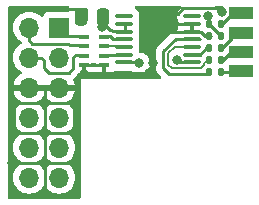
<source format=gbr>
%TF.GenerationSoftware,KiCad,Pcbnew,7.0.8*%
%TF.CreationDate,2024-06-22T11:04:44-04:00*%
%TF.ProjectId,n64amp,6e363461-6d70-42e6-9b69-6361645f7063,rev?*%
%TF.SameCoordinates,Original*%
%TF.FileFunction,Copper,L1,Top*%
%TF.FilePolarity,Positive*%
%FSLAX46Y46*%
G04 Gerber Fmt 4.6, Leading zero omitted, Abs format (unit mm)*
G04 Created by KiCad (PCBNEW 7.0.8) date 2024-06-22 11:04:44*
%MOMM*%
%LPD*%
G01*
G04 APERTURE LIST*
G04 Aperture macros list*
%AMRoundRect*
0 Rectangle with rounded corners*
0 $1 Rounding radius*
0 $2 $3 $4 $5 $6 $7 $8 $9 X,Y pos of 4 corners*
0 Add a 4 corners polygon primitive as box body*
4,1,4,$2,$3,$4,$5,$6,$7,$8,$9,$2,$3,0*
0 Add four circle primitives for the rounded corners*
1,1,$1+$1,$2,$3*
1,1,$1+$1,$4,$5*
1,1,$1+$1,$6,$7*
1,1,$1+$1,$8,$9*
0 Add four rect primitives between the rounded corners*
20,1,$1+$1,$2,$3,$4,$5,0*
20,1,$1+$1,$4,$5,$6,$7,0*
20,1,$1+$1,$6,$7,$8,$9,0*
20,1,$1+$1,$8,$9,$2,$3,0*%
G04 Aperture macros list end*
%TA.AperFunction,SMDPad,CuDef*%
%ADD10RoundRect,0.250000X0.250000X0.475000X-0.250000X0.475000X-0.250000X-0.475000X0.250000X-0.475000X0*%
%TD*%
%TA.AperFunction,SMDPad,CuDef*%
%ADD11RoundRect,0.135000X0.135000X0.185000X-0.135000X0.185000X-0.135000X-0.185000X0.135000X-0.185000X0*%
%TD*%
%TA.AperFunction,SMDPad,CuDef*%
%ADD12R,0.900000X0.400000*%
%TD*%
%TA.AperFunction,SMDPad,CuDef*%
%ADD13RoundRect,0.135000X-0.135000X-0.185000X0.135000X-0.185000X0.135000X0.185000X-0.135000X0.185000X0*%
%TD*%
%TA.AperFunction,SMDPad,CuDef*%
%ADD14R,2.000000X1.000000*%
%TD*%
%TA.AperFunction,SMDPad,CuDef*%
%ADD15RoundRect,0.140000X0.140000X0.170000X-0.140000X0.170000X-0.140000X-0.170000X0.140000X-0.170000X0*%
%TD*%
%TA.AperFunction,SMDPad,CuDef*%
%ADD16RoundRect,0.100000X0.637500X0.100000X-0.637500X0.100000X-0.637500X-0.100000X0.637500X-0.100000X0*%
%TD*%
%TA.AperFunction,ComponentPad*%
%ADD17R,1.700000X1.700000*%
%TD*%
%TA.AperFunction,ComponentPad*%
%ADD18O,1.700000X1.700000*%
%TD*%
%TA.AperFunction,ViaPad*%
%ADD19C,0.800000*%
%TD*%
%TA.AperFunction,Conductor*%
%ADD20C,0.250000*%
%TD*%
%TA.AperFunction,Conductor*%
%ADD21C,0.200000*%
%TD*%
G04 APERTURE END LIST*
D10*
%TO.P,C4,1*%
%TO.N,+5V*%
X20152400Y-13004800D03*
%TO.P,C4,2*%
%TO.N,GND*%
X18252400Y-13004800D03*
%TD*%
D11*
%TO.P,R1,1*%
%TO.N,CSYNC_IN*%
X30128400Y-13614400D03*
%TO.P,R1,2*%
%TO.N,CSYNC_TERM*%
X29108400Y-13614400D03*
%TD*%
D12*
%TO.P,RN1,1,R1.1*%
%TO.N,R_OUT*%
X18511200Y-14719600D03*
%TO.P,RN1,2,R2.1*%
%TO.N,G_OUT*%
X18511200Y-15519600D03*
%TO.P,RN1,3,R3.1*%
%TO.N,B_OUT*%
X18511200Y-16319600D03*
%TO.P,RN1,4,R4.1*%
%TO.N,GND*%
X18511200Y-17119600D03*
%TO.P,RN1,5,R4.2*%
X20211200Y-17119600D03*
%TO.P,RN1,6,R3.2*%
%TO.N,Net-(RN1-R3.2)*%
X20211200Y-16319600D03*
%TO.P,RN1,7,R2.2*%
%TO.N,Net-(RN1-R2.2)*%
X20211200Y-15519600D03*
%TO.P,RN1,8,R1.2*%
%TO.N,Net-(RN1-R1.2)*%
X20211200Y-14719600D03*
%TD*%
D13*
%TO.P,R2,1*%
%TO.N,GND*%
X29108400Y-14630400D03*
%TO.P,R2,2*%
%TO.N,CSYNC_TERM*%
X30128400Y-14630400D03*
%TD*%
D14*
%TO.P,TP3,1,1*%
%TO.N,G_IN*%
X31851600Y-16002000D03*
%TD*%
D15*
%TO.P,C1,1*%
%TO.N,B_IN*%
X30096400Y-15697200D03*
%TO.P,C1,2*%
%TO.N,Net-(U1-CH2_IN)*%
X29136400Y-15697200D03*
%TD*%
%TO.P,C3,1*%
%TO.N,R_IN*%
X30096400Y-17703800D03*
%TO.P,C3,2*%
%TO.N,Net-(U1-CH4_IN)*%
X29136400Y-17703800D03*
%TD*%
D14*
%TO.P,TP1,1,1*%
%TO.N,CSYNC_IN*%
X31851600Y-12700000D03*
%TD*%
D15*
%TO.P,C2,1*%
%TO.N,G_IN*%
X30096400Y-16713200D03*
%TO.P,C2,2*%
%TO.N,Net-(U1-CH3_IN)*%
X29136400Y-16713200D03*
%TD*%
D14*
%TO.P,TP2,1,1*%
%TO.N,B_IN*%
X31851600Y-14376400D03*
%TD*%
%TO.P,TP4,1,1*%
%TO.N,R_IN*%
X31826200Y-17653000D03*
%TD*%
D16*
%TO.P,U1,1,CH1_IN*%
%TO.N,CSYNC_TERM*%
X27670600Y-16879600D03*
%TO.P,U1,2,CH2_IN*%
%TO.N,Net-(U1-CH2_IN)*%
X27670600Y-16229600D03*
%TO.P,U1,3,CH3_IN*%
%TO.N,Net-(U1-CH3_IN)*%
X27670600Y-15579600D03*
%TO.P,U1,4,CH4_IN*%
%TO.N,Net-(U1-CH4_IN)*%
X27670600Y-14929600D03*
%TO.P,U1,5,GND*%
%TO.N,GND*%
X27670600Y-14279600D03*
%TO.P,U1,6,DISABLE*%
X27670600Y-13629600D03*
%TO.P,U1,7,NC*%
%TO.N,unconnected-(U1-NC-Pad7)*%
X27670600Y-12979600D03*
%TO.P,U1,8,NC*%
%TO.N,unconnected-(U1-NC-Pad8)*%
X21945600Y-12979600D03*
%TO.P,U1,9,BYPASS*%
%TO.N,+5V*%
X21945600Y-13629600D03*
%TO.P,U1,10,V_{S+}*%
X21945600Y-14279600D03*
%TO.P,U1,11,CH4_OUT*%
%TO.N,Net-(RN1-R1.2)*%
X21945600Y-14929600D03*
%TO.P,U1,12,CH3_OUT*%
%TO.N,Net-(RN1-R2.2)*%
X21945600Y-15579600D03*
%TO.P,U1,13,CH2_OUT*%
%TO.N,Net-(RN1-R3.2)*%
X21945600Y-16229600D03*
%TO.P,U1,14,CH1_OUT*%
%TO.N,Net-(JP1-A)*%
X21945600Y-16879600D03*
%TD*%
D17*
%TO.P,J1,1,Pin_1*%
%TO.N,R_OUT*%
X16426600Y-13944800D03*
D18*
%TO.P,J1,2,Pin_2*%
%TO.N,G_OUT*%
X13886600Y-13944800D03*
%TO.P,J1,3,Pin_3*%
%TO.N,CSYNC_OUT*%
X16426600Y-16484800D03*
%TO.P,J1,4,Pin_4*%
%TO.N,B_OUT*%
X13886600Y-16484800D03*
%TO.P,J1,5,Pin_5*%
%TO.N,GND*%
X16426600Y-19024800D03*
%TO.P,J1,6,Pin_6*%
X13886600Y-19024800D03*
%TO.P,J1,7,Pin_7*%
%TO.N,unconnected-(J1-Pin_7-Pad7)*%
X16426600Y-21564800D03*
%TO.P,J1,8,Pin_8*%
%TO.N,unconnected-(J1-Pin_8-Pad8)*%
X13886600Y-21564800D03*
%TO.P,J1,9,Pin_9*%
%TO.N,unconnected-(J1-Pin_9-Pad9)*%
X16426600Y-24104800D03*
%TO.P,J1,10,Pin_10*%
%TO.N,+5V*%
X13886600Y-24104800D03*
%TO.P,J1,11,Pin_11*%
%TO.N,unconnected-(J1-Pin_11-Pad11)*%
X16426600Y-26644800D03*
%TO.P,J1,12,Pin_12*%
%TO.N,unconnected-(J1-Pin_12-Pad12)*%
X13886600Y-26644800D03*
%TD*%
D19*
%TO.N,+5V*%
X20066000Y-13920100D03*
%TO.N,GND*%
X15105800Y-27965600D03*
X12565800Y-22885600D03*
X30226000Y-12598400D03*
X24044966Y-17746843D03*
X18509400Y-17831000D03*
X17696600Y-22834800D03*
X12464200Y-25425600D03*
X17747400Y-25374800D03*
X24765000Y-14249400D03*
X17645800Y-20421800D03*
X24363557Y-16966230D03*
X15207400Y-25374800D03*
%TO.N,CSYNC_TERM*%
X26372100Y-16705100D03*
X29015800Y-12992700D03*
%TO.N,Net-(JP1-A)*%
X23211900Y-16970900D03*
%TD*%
D20*
%TO.N,+5V*%
X20218400Y-13258800D02*
X20218400Y-13665200D01*
X20887596Y-14180600D02*
X20930996Y-14224000D01*
X20066000Y-13920100D02*
X20066000Y-13411200D01*
X20218400Y-13665200D02*
X20733800Y-14180600D01*
X21953800Y-14224000D02*
X21953800Y-13629600D01*
X20930996Y-14224000D02*
X21953800Y-14224000D01*
X20733800Y-14180600D02*
X20887596Y-14180600D01*
D21*
%TO.N,GND*%
X18560200Y-17780200D02*
X20236600Y-17780200D01*
D20*
X28389300Y-14279600D02*
X27678800Y-14279600D01*
X12565800Y-20294800D02*
X17696600Y-20294800D01*
D21*
X18509400Y-17831000D02*
X18026800Y-17831000D01*
D20*
X17747400Y-25374800D02*
X15207400Y-25374800D01*
X25384800Y-13629600D02*
X27678800Y-13629600D01*
D21*
X18509400Y-17032400D02*
X18511200Y-17030600D01*
D20*
X12515000Y-25374800D02*
X12464200Y-25425600D01*
X29895800Y-12268200D02*
X30226000Y-12598400D01*
X12565800Y-22885600D02*
X12565800Y-20294800D01*
X17696600Y-20371000D02*
X17645800Y-20421800D01*
X24765000Y-14249400D02*
X26263400Y-12751000D01*
X18668400Y-13258800D02*
X18668400Y-12344800D01*
X15207400Y-27864000D02*
X15105800Y-27965600D01*
D21*
X18026800Y-19024800D02*
X16426600Y-19024800D01*
D20*
X18668400Y-12344800D02*
X18668800Y-12344400D01*
X26459600Y-12751000D02*
X26942400Y-12268200D01*
X15207400Y-25374800D02*
X15207400Y-27864000D01*
X24795200Y-14279600D02*
X27678800Y-14279600D01*
X17696600Y-20294800D02*
X17696600Y-20371000D01*
D21*
X18509400Y-17831000D02*
X18560200Y-17780200D01*
D20*
X29260800Y-14655800D02*
X28765500Y-14655800D01*
X24765000Y-14249400D02*
X25384800Y-13629600D01*
X17696600Y-22834800D02*
X15207400Y-22834800D01*
X20211200Y-17754800D02*
X20236600Y-17780200D01*
X20211200Y-17030600D02*
X20211200Y-17754800D01*
X26263400Y-12751000D02*
X26459600Y-12751000D01*
D21*
X18026800Y-17831000D02*
X18026800Y-19024800D01*
D20*
X28765500Y-14655800D02*
X28389300Y-14279600D01*
X20262000Y-17805600D02*
X23986209Y-17805600D01*
X23986209Y-17805600D02*
X24044966Y-17746843D01*
X29286200Y-14630400D02*
X29260800Y-14655800D01*
X17696600Y-20472600D02*
X17696600Y-22834800D01*
X15207400Y-19177200D02*
X15207400Y-22834800D01*
X26942400Y-12268200D02*
X29895800Y-12268200D01*
X15055000Y-19024800D02*
X13886600Y-19024800D01*
X24765000Y-14249400D02*
X24795200Y-14279600D01*
X15207400Y-25374800D02*
X12515000Y-25374800D01*
X12616600Y-22834800D02*
X12565800Y-22885600D01*
X12642200Y-12344400D02*
X18668800Y-12344400D01*
X27678800Y-13629600D02*
X27678800Y-14279600D01*
X17645800Y-20421800D02*
X17696600Y-20472600D01*
X15207400Y-22834800D02*
X15207400Y-25374800D01*
X15055000Y-19024800D02*
X15207400Y-19177200D01*
X12182800Y-12803800D02*
X12642200Y-12344400D01*
X13886600Y-19024800D02*
X12182800Y-19024800D01*
X24765000Y-13901200D02*
X24765000Y-14249400D01*
D21*
X18509400Y-17831000D02*
X18509400Y-17032400D01*
D20*
X12182800Y-19024800D02*
X12182800Y-12803800D01*
X20236600Y-17780200D02*
X20262000Y-17805600D01*
X16426600Y-19024800D02*
X15055000Y-19024800D01*
X15207400Y-22834800D02*
X12616600Y-22834800D01*
%TO.N,Net-(U1-CH2_IN)*%
X28359142Y-16229600D02*
X27678800Y-16229600D01*
X28891542Y-15697200D02*
X28359142Y-16229600D01*
X29136400Y-15697200D02*
X28891542Y-15697200D01*
X29136400Y-15697400D02*
X29136400Y-15697200D01*
D21*
%TO.N,Net-(U1-CH3_IN)*%
X25672600Y-16127240D02*
X26220240Y-15579600D01*
X28708100Y-17145288D02*
X28448788Y-17404600D01*
X26220240Y-15579600D02*
X27678800Y-15579600D01*
X28708100Y-16961100D02*
X28708100Y-17145288D01*
X29060998Y-16835944D02*
X28833256Y-16835944D01*
X28833256Y-16835944D02*
X28708100Y-16961100D01*
X25672600Y-17138200D02*
X25672600Y-16127240D01*
X28448788Y-17404600D02*
X25939000Y-17404600D01*
X25939000Y-17404600D02*
X25672600Y-17138200D01*
D20*
%TO.N,Net-(U1-CH4_IN)*%
X28367342Y-14929600D02*
X26269200Y-14929600D01*
X28985600Y-17854600D02*
X29136400Y-17703800D01*
X26269200Y-14929600D02*
X25247600Y-15951200D01*
X25728600Y-17854600D02*
X28985600Y-17854600D01*
X25247600Y-17373600D02*
X25728600Y-17854600D01*
X25247600Y-15951200D02*
X25247600Y-17373600D01*
%TO.N,CSYNC_TERM*%
X29015800Y-13567262D02*
X30078938Y-14630400D01*
X26546600Y-16879600D02*
X27678800Y-16879600D01*
X29015800Y-12992700D02*
X29015800Y-13567262D01*
X26372100Y-16705100D02*
X26546600Y-16879600D01*
%TO.N,B_IN*%
X31026100Y-14846300D02*
X30292400Y-15580000D01*
X30292400Y-15580000D02*
X30292400Y-15697400D01*
X31026100Y-14376400D02*
X31026100Y-14846300D01*
X31851600Y-14376400D02*
X31026100Y-14376400D01*
%TO.N,G_IN*%
X31673800Y-16383000D02*
X31851600Y-16205200D01*
X31851600Y-16205200D02*
X31851600Y-16002000D01*
X31851600Y-16002000D02*
X30988000Y-16002000D01*
X30325000Y-16665000D02*
X30325000Y-16713200D01*
X30988000Y-16002000D02*
X30325000Y-16665000D01*
%TO.N,R_IN*%
X31992800Y-17703800D02*
X32018200Y-17729200D01*
X30327600Y-17703800D02*
X31992800Y-17703800D01*
%TO.N,R_OUT*%
X18511200Y-14630600D02*
X17112400Y-14630600D01*
X17112400Y-14630600D02*
X16426600Y-13944800D01*
%TO.N,G_OUT*%
X17310200Y-15430600D02*
X18511200Y-15430600D01*
X13886600Y-13988200D02*
X13886600Y-15029600D01*
X17170400Y-15290800D02*
X17310200Y-15430600D01*
X13886600Y-15029600D02*
X14147800Y-15290800D01*
X14147800Y-15290800D02*
X17170400Y-15290800D01*
%TO.N,B_OUT*%
X17627600Y-17373600D02*
X17627600Y-16408400D01*
X13886600Y-16484800D02*
X14910000Y-16484800D01*
X17246600Y-17754600D02*
X17627600Y-17373600D01*
X17805400Y-16230600D02*
X18511200Y-16230600D01*
X17627600Y-16408400D02*
X17805400Y-16230600D01*
X15113000Y-16687800D02*
X15113000Y-17322800D01*
X14910000Y-16484800D02*
X15113000Y-16687800D01*
X15544800Y-17754600D02*
X17246600Y-17754600D01*
X15113000Y-17322800D02*
X15544800Y-17754600D01*
%TO.N,CSYNC_IN*%
X30235305Y-13614400D02*
X30128400Y-13614400D01*
X30946505Y-12903200D02*
X30235305Y-13614400D01*
X31851600Y-12903200D02*
X30946505Y-12903200D01*
%TO.N,Net-(RN1-R1.2)*%
X21000200Y-14929600D02*
X20701200Y-14630600D01*
X21953800Y-14929600D02*
X21000200Y-14929600D01*
X20701200Y-14630600D02*
X20211200Y-14630600D01*
%TO.N,Net-(RN1-R3.2)*%
X20211200Y-16230600D02*
X21952800Y-16230600D01*
X21952800Y-16230600D02*
X21953800Y-16229600D01*
D21*
%TO.N,Net-(RN1-R2.2)*%
X21893600Y-15519400D02*
X20300000Y-15519400D01*
X20300000Y-15519400D02*
X20211200Y-15430600D01*
X21953800Y-15579600D02*
X21893600Y-15519400D01*
D20*
%TO.N,Net-(JP1-A)*%
X23120600Y-16879600D02*
X21953800Y-16879600D01*
X23211900Y-16970900D02*
X23120600Y-16879600D01*
X23211900Y-16970900D02*
X23284600Y-17043600D01*
%TD*%
%TA.AperFunction,Conductor*%
%TO.N,GND*%
G36*
X26750186Y-12136045D02*
G01*
X26795942Y-12188848D01*
X26805886Y-12258007D01*
X26776862Y-12321563D01*
X26736926Y-12350361D01*
X26737296Y-12351001D01*
X26731000Y-12354635D01*
X26730606Y-12354920D01*
X26730261Y-12355062D01*
X26604818Y-12451318D01*
X26508563Y-12576760D01*
X26448056Y-12722837D01*
X26448055Y-12722839D01*
X26432600Y-12840238D01*
X26432600Y-13118963D01*
X26448053Y-13236353D01*
X26448056Y-13236362D01*
X26456937Y-13257803D01*
X26464404Y-13327273D01*
X26456938Y-13352703D01*
X26448543Y-13372970D01*
X26441087Y-13429600D01*
X26483600Y-13429600D01*
X26550639Y-13449285D01*
X26581975Y-13478113D01*
X26604815Y-13507879D01*
X26604816Y-13507880D01*
X26604818Y-13507882D01*
X26730259Y-13604136D01*
X26730260Y-13604136D01*
X26734284Y-13607224D01*
X26775486Y-13663652D01*
X26779641Y-13733398D01*
X26745429Y-13794319D01*
X26683711Y-13827071D01*
X26658797Y-13829600D01*
X26441090Y-13829600D01*
X26441088Y-13829601D01*
X26448542Y-13886227D01*
X26448543Y-13886229D01*
X26457208Y-13907149D01*
X26464676Y-13976618D01*
X26457209Y-14002049D01*
X26448544Y-14022969D01*
X26433100Y-14140269D01*
X26433100Y-14178476D01*
X26413415Y-14245515D01*
X26360611Y-14291270D01*
X26312995Y-14302415D01*
X26259372Y-14304100D01*
X26229849Y-14304100D01*
X26222978Y-14304967D01*
X26217159Y-14305425D01*
X26170574Y-14306889D01*
X26170568Y-14306890D01*
X26151326Y-14312480D01*
X26132287Y-14316423D01*
X26112417Y-14318934D01*
X26112403Y-14318937D01*
X26069083Y-14336088D01*
X26063558Y-14337980D01*
X26018813Y-14350980D01*
X26018810Y-14350981D01*
X26001566Y-14361179D01*
X25984105Y-14369733D01*
X25965474Y-14377110D01*
X25965462Y-14377117D01*
X25927770Y-14404502D01*
X25922887Y-14407709D01*
X25882780Y-14431429D01*
X25868614Y-14445595D01*
X25853824Y-14458227D01*
X25837614Y-14470004D01*
X25837611Y-14470007D01*
X25807910Y-14505909D01*
X25803977Y-14510231D01*
X24863808Y-15450399D01*
X24851551Y-15460220D01*
X24851734Y-15460441D01*
X24845723Y-15465413D01*
X24798372Y-15515836D01*
X24777489Y-15536719D01*
X24777477Y-15536732D01*
X24773221Y-15542217D01*
X24769437Y-15546647D01*
X24737537Y-15580618D01*
X24737536Y-15580620D01*
X24727884Y-15598176D01*
X24717210Y-15614426D01*
X24704929Y-15630261D01*
X24704924Y-15630268D01*
X24686415Y-15673038D01*
X24683845Y-15678284D01*
X24661403Y-15719106D01*
X24656422Y-15738507D01*
X24650121Y-15756910D01*
X24642162Y-15775302D01*
X24642161Y-15775305D01*
X24634871Y-15821327D01*
X24633687Y-15827046D01*
X24622101Y-15872172D01*
X24622100Y-15872182D01*
X24622100Y-15892216D01*
X24620573Y-15911615D01*
X24617440Y-15931394D01*
X24617440Y-15931395D01*
X24621825Y-15977783D01*
X24622100Y-15983621D01*
X24622100Y-17290855D01*
X24620375Y-17306472D01*
X24620661Y-17306499D01*
X24619926Y-17314265D01*
X24622100Y-17383414D01*
X24622100Y-17412943D01*
X24622101Y-17412960D01*
X24622968Y-17419831D01*
X24623426Y-17425650D01*
X24624890Y-17472224D01*
X24624891Y-17472227D01*
X24630480Y-17491467D01*
X24634424Y-17510511D01*
X24636040Y-17523298D01*
X24636936Y-17530391D01*
X24654090Y-17573719D01*
X24655982Y-17579247D01*
X24668981Y-17623988D01*
X24679180Y-17641234D01*
X24687738Y-17658703D01*
X24695114Y-17677332D01*
X24722498Y-17715023D01*
X24725706Y-17719907D01*
X24749427Y-17760016D01*
X24749433Y-17760024D01*
X24763590Y-17774180D01*
X24776227Y-17788975D01*
X24788006Y-17805187D01*
X24805746Y-17819863D01*
X24823909Y-17834888D01*
X24828220Y-17838810D01*
X24976100Y-17986690D01*
X25040029Y-18050619D01*
X25073514Y-18111942D01*
X25068530Y-18181634D01*
X25026658Y-18237567D01*
X24961194Y-18261984D01*
X24952348Y-18262300D01*
X18254838Y-18262300D01*
X18254632Y-18262259D01*
X18230078Y-18262259D01*
X18229979Y-18262300D01*
X18229695Y-18262416D01*
X18229693Y-18262418D01*
X18229537Y-18262799D01*
X18229554Y-18287416D01*
X18229549Y-18287416D01*
X18229578Y-18287559D01*
X18229578Y-28298300D01*
X18209893Y-28365339D01*
X18157089Y-28411094D01*
X18105578Y-28422300D01*
X12181800Y-28422300D01*
X12114761Y-28402615D01*
X12069006Y-28349811D01*
X12057800Y-28298300D01*
X12057800Y-12240497D01*
X12077485Y-12173458D01*
X12130289Y-12127703D01*
X12181794Y-12116498D01*
X17177551Y-12116450D01*
X17244584Y-12136133D01*
X17290340Y-12188936D01*
X17300284Y-12258095D01*
X17295252Y-12279452D01*
X17262895Y-12377099D01*
X17262893Y-12377109D01*
X17252085Y-12482903D01*
X17225689Y-12547594D01*
X17168508Y-12587746D01*
X17128727Y-12594300D01*
X15528729Y-12594300D01*
X15528723Y-12594301D01*
X15469116Y-12600708D01*
X15334271Y-12651002D01*
X15334264Y-12651006D01*
X15219055Y-12737252D01*
X15219052Y-12737255D01*
X15132806Y-12852464D01*
X15132803Y-12852469D01*
X15083789Y-12983883D01*
X15041917Y-13039816D01*
X14976453Y-13064233D01*
X14908180Y-13049381D01*
X14879926Y-13028230D01*
X14758002Y-12906306D01*
X14757995Y-12906301D01*
X14564434Y-12770767D01*
X14564430Y-12770765D01*
X14536159Y-12757582D01*
X14350263Y-12670897D01*
X14350259Y-12670896D01*
X14350255Y-12670894D01*
X14122013Y-12609738D01*
X14122003Y-12609736D01*
X13886601Y-12589141D01*
X13886599Y-12589141D01*
X13651196Y-12609736D01*
X13651186Y-12609738D01*
X13422944Y-12670894D01*
X13422935Y-12670898D01*
X13208771Y-12770764D01*
X13208769Y-12770765D01*
X13015197Y-12906305D01*
X12848105Y-13073397D01*
X12712565Y-13266969D01*
X12712564Y-13266971D01*
X12612698Y-13481135D01*
X12612694Y-13481144D01*
X12551538Y-13709386D01*
X12551536Y-13709396D01*
X12530941Y-13944799D01*
X12530941Y-13944800D01*
X12551536Y-14180203D01*
X12551538Y-14180213D01*
X12612694Y-14408455D01*
X12612696Y-14408459D01*
X12612697Y-14408463D01*
X12682029Y-14557145D01*
X12712565Y-14622630D01*
X12712567Y-14622634D01*
X12747721Y-14672838D01*
X12829925Y-14790238D01*
X12848101Y-14816195D01*
X12848106Y-14816202D01*
X13015197Y-14983293D01*
X13015203Y-14983298D01*
X13200758Y-15113225D01*
X13244383Y-15167802D01*
X13251577Y-15237300D01*
X13220054Y-15299655D01*
X13200758Y-15316375D01*
X13015197Y-15446305D01*
X12848105Y-15613397D01*
X12712565Y-15806969D01*
X12712564Y-15806971D01*
X12612698Y-16021135D01*
X12612694Y-16021144D01*
X12551538Y-16249386D01*
X12551536Y-16249396D01*
X12530941Y-16484799D01*
X12530941Y-16484800D01*
X12551536Y-16720203D01*
X12551538Y-16720213D01*
X12612694Y-16948455D01*
X12612696Y-16948459D01*
X12612697Y-16948463D01*
X12657954Y-17045517D01*
X12712565Y-17162630D01*
X12712567Y-17162634D01*
X12848101Y-17356195D01*
X12848106Y-17356202D01*
X13015197Y-17523293D01*
X13015203Y-17523298D01*
X13052618Y-17549496D01*
X13159003Y-17623988D01*
X13201194Y-17653530D01*
X13244819Y-17708107D01*
X13252013Y-17777605D01*
X13220490Y-17839960D01*
X13201195Y-17856680D01*
X13015522Y-17986690D01*
X13015520Y-17986691D01*
X12848491Y-18153720D01*
X12848486Y-18153726D01*
X12713000Y-18347220D01*
X12712999Y-18347222D01*
X12613170Y-18561307D01*
X12613167Y-18561313D01*
X12555964Y-18774799D01*
X12555964Y-18774800D01*
X13452914Y-18774800D01*
X13427107Y-18814956D01*
X13386600Y-18952911D01*
X13386600Y-19096689D01*
X13427107Y-19234644D01*
X13452914Y-19274800D01*
X12555964Y-19274800D01*
X12613167Y-19488286D01*
X12613170Y-19488292D01*
X12712999Y-19702378D01*
X12848494Y-19895882D01*
X13015517Y-20062905D01*
X13201195Y-20192919D01*
X13244819Y-20247496D01*
X13252012Y-20316995D01*
X13220490Y-20379349D01*
X13201195Y-20396069D01*
X13015194Y-20526308D01*
X12848105Y-20693397D01*
X12712565Y-20886969D01*
X12712564Y-20886971D01*
X12612698Y-21101135D01*
X12612694Y-21101144D01*
X12551538Y-21329386D01*
X12551536Y-21329396D01*
X12530941Y-21564799D01*
X12530941Y-21564800D01*
X12551536Y-21800203D01*
X12551538Y-21800213D01*
X12612694Y-22028455D01*
X12612696Y-22028459D01*
X12612697Y-22028463D01*
X12616600Y-22036832D01*
X12712565Y-22242630D01*
X12712567Y-22242634D01*
X12820881Y-22397321D01*
X12848101Y-22436196D01*
X12848106Y-22436202D01*
X13015197Y-22603293D01*
X13015203Y-22603298D01*
X13200758Y-22733225D01*
X13244383Y-22787802D01*
X13251577Y-22857300D01*
X13220054Y-22919655D01*
X13200758Y-22936375D01*
X13015197Y-23066305D01*
X12848105Y-23233397D01*
X12712565Y-23426969D01*
X12712564Y-23426971D01*
X12612698Y-23641135D01*
X12612694Y-23641144D01*
X12551538Y-23869386D01*
X12551536Y-23869396D01*
X12530941Y-24104799D01*
X12530941Y-24104800D01*
X12551536Y-24340203D01*
X12551538Y-24340213D01*
X12612694Y-24568455D01*
X12612696Y-24568459D01*
X12612697Y-24568463D01*
X12616600Y-24576832D01*
X12712565Y-24782630D01*
X12712567Y-24782634D01*
X12820881Y-24937321D01*
X12848101Y-24976196D01*
X12848106Y-24976202D01*
X13015197Y-25143293D01*
X13015203Y-25143298D01*
X13200758Y-25273225D01*
X13244383Y-25327802D01*
X13251577Y-25397300D01*
X13220054Y-25459655D01*
X13200758Y-25476375D01*
X13015197Y-25606305D01*
X12848105Y-25773397D01*
X12712565Y-25966969D01*
X12712564Y-25966971D01*
X12612698Y-26181135D01*
X12612694Y-26181144D01*
X12551538Y-26409386D01*
X12551536Y-26409396D01*
X12530941Y-26644799D01*
X12530941Y-26644800D01*
X12551536Y-26880203D01*
X12551538Y-26880213D01*
X12612694Y-27108455D01*
X12612696Y-27108459D01*
X12612697Y-27108463D01*
X12616600Y-27116832D01*
X12712565Y-27322630D01*
X12712567Y-27322634D01*
X12820881Y-27477321D01*
X12848105Y-27516201D01*
X13015199Y-27683295D01*
X13111984Y-27751065D01*
X13208765Y-27818832D01*
X13208767Y-27818833D01*
X13208770Y-27818835D01*
X13422937Y-27918703D01*
X13651192Y-27979863D01*
X13839518Y-27996339D01*
X13886599Y-28000459D01*
X13886600Y-28000459D01*
X13886601Y-28000459D01*
X13925834Y-27997026D01*
X14122008Y-27979863D01*
X14350263Y-27918703D01*
X14564430Y-27818835D01*
X14758001Y-27683295D01*
X14925095Y-27516201D01*
X15055025Y-27330642D01*
X15109602Y-27287017D01*
X15179100Y-27279823D01*
X15241455Y-27311346D01*
X15258175Y-27330642D01*
X15388100Y-27516195D01*
X15388105Y-27516201D01*
X15555199Y-27683295D01*
X15651984Y-27751065D01*
X15748765Y-27818832D01*
X15748767Y-27818833D01*
X15748770Y-27818835D01*
X15962937Y-27918703D01*
X16191192Y-27979863D01*
X16379518Y-27996339D01*
X16426599Y-28000459D01*
X16426600Y-28000459D01*
X16426601Y-28000459D01*
X16465834Y-27997026D01*
X16662008Y-27979863D01*
X16890263Y-27918703D01*
X17104430Y-27818835D01*
X17298001Y-27683295D01*
X17465095Y-27516201D01*
X17600635Y-27322630D01*
X17700503Y-27108463D01*
X17761663Y-26880208D01*
X17782259Y-26644800D01*
X17761663Y-26409392D01*
X17700503Y-26181137D01*
X17600635Y-25966971D01*
X17595025Y-25958958D01*
X17465094Y-25773397D01*
X17298002Y-25606306D01*
X17297996Y-25606301D01*
X17112442Y-25476375D01*
X17068817Y-25421798D01*
X17061623Y-25352300D01*
X17093146Y-25289945D01*
X17112442Y-25273225D01*
X17134626Y-25257691D01*
X17298001Y-25143295D01*
X17465095Y-24976201D01*
X17600635Y-24782630D01*
X17700503Y-24568463D01*
X17761663Y-24340208D01*
X17782259Y-24104800D01*
X17761663Y-23869392D01*
X17700503Y-23641137D01*
X17600635Y-23426971D01*
X17595025Y-23418958D01*
X17465094Y-23233397D01*
X17298002Y-23066306D01*
X17297996Y-23066301D01*
X17112442Y-22936375D01*
X17068817Y-22881798D01*
X17061623Y-22812300D01*
X17093146Y-22749945D01*
X17112442Y-22733225D01*
X17134626Y-22717691D01*
X17298001Y-22603295D01*
X17465095Y-22436201D01*
X17600635Y-22242630D01*
X17700503Y-22028463D01*
X17761663Y-21800208D01*
X17782259Y-21564800D01*
X17761663Y-21329392D01*
X17700503Y-21101137D01*
X17600635Y-20886971D01*
X17595025Y-20878958D01*
X17465094Y-20693397D01*
X17298002Y-20526306D01*
X17298001Y-20526305D01*
X17112005Y-20396069D01*
X17068381Y-20341492D01*
X17061188Y-20271993D01*
X17092710Y-20209639D01*
X17112005Y-20192919D01*
X17297682Y-20062905D01*
X17464705Y-19895882D01*
X17600200Y-19702378D01*
X17700029Y-19488292D01*
X17700032Y-19488286D01*
X17757236Y-19274800D01*
X16860286Y-19274800D01*
X16886093Y-19234644D01*
X16926600Y-19096689D01*
X16926600Y-18952911D01*
X16886093Y-18814956D01*
X16860286Y-18774800D01*
X17757236Y-18774800D01*
X17757235Y-18774799D01*
X17700032Y-18561313D01*
X17700029Y-18561307D01*
X17617294Y-18383880D01*
X17606802Y-18314802D01*
X17635322Y-18251018D01*
X17641988Y-18243801D01*
X17647184Y-18238605D01*
X17661981Y-18225968D01*
X17678184Y-18214196D01*
X17678183Y-18214196D01*
X17678187Y-18214194D01*
X17707899Y-18178276D01*
X17711811Y-18173978D01*
X18011385Y-17874403D01*
X18023641Y-17864587D01*
X18023458Y-17864365D01*
X18029470Y-17859390D01*
X18029477Y-17859386D01*
X18030111Y-17858710D01*
X18030738Y-17858342D01*
X18035487Y-17854414D01*
X18036120Y-17855180D01*
X18090352Y-17823320D01*
X18120498Y-17819600D01*
X18311200Y-17819600D01*
X18311200Y-17319600D01*
X18711200Y-17319600D01*
X18711200Y-17819600D01*
X19009028Y-17819600D01*
X19009044Y-17819599D01*
X19068572Y-17813198D01*
X19068579Y-17813196D01*
X19203286Y-17762954D01*
X19203289Y-17762952D01*
X19286888Y-17700370D01*
X19352352Y-17675952D01*
X19420625Y-17690803D01*
X19435512Y-17700370D01*
X19519110Y-17762952D01*
X19519113Y-17762954D01*
X19653820Y-17813196D01*
X19653827Y-17813198D01*
X19713355Y-17819599D01*
X19713372Y-17819600D01*
X20011200Y-17819600D01*
X20011200Y-17319600D01*
X18711200Y-17319600D01*
X18311200Y-17319600D01*
X18311200Y-17144099D01*
X18330885Y-17077060D01*
X18383689Y-17031305D01*
X18435200Y-17020099D01*
X19009071Y-17020099D01*
X19009072Y-17020099D01*
X19068683Y-17013691D01*
X19203531Y-16963396D01*
X19228996Y-16944333D01*
X19294461Y-16919916D01*
X19303307Y-16919600D01*
X19419093Y-16919600D01*
X19486132Y-16939285D01*
X19493404Y-16944333D01*
X19518868Y-16963395D01*
X19518871Y-16963397D01*
X19538988Y-16970900D01*
X19653717Y-17013691D01*
X19713327Y-17020100D01*
X20287201Y-17020099D01*
X20354239Y-17039783D01*
X20399994Y-17092587D01*
X20411200Y-17144099D01*
X20411200Y-17819600D01*
X20709028Y-17819600D01*
X20709044Y-17819599D01*
X20768572Y-17813198D01*
X20768579Y-17813196D01*
X20903286Y-17762954D01*
X20903293Y-17762950D01*
X21018386Y-17676791D01*
X21063241Y-17616873D01*
X21119175Y-17575002D01*
X21178692Y-17568245D01*
X21268739Y-17580100D01*
X22493474Y-17580099D01*
X22560513Y-17599784D01*
X22585622Y-17621125D01*
X22606027Y-17643786D01*
X22606029Y-17643788D01*
X22759165Y-17755048D01*
X22759170Y-17755051D01*
X22932092Y-17832042D01*
X22932097Y-17832044D01*
X23117254Y-17871400D01*
X23117255Y-17871400D01*
X23306544Y-17871400D01*
X23306546Y-17871400D01*
X23491703Y-17832044D01*
X23664630Y-17755051D01*
X23817771Y-17643788D01*
X23944433Y-17503116D01*
X24039079Y-17339184D01*
X24097574Y-17159156D01*
X24117360Y-16970900D01*
X24097574Y-16782644D01*
X24039079Y-16602616D01*
X23944433Y-16438684D01*
X23817771Y-16298012D01*
X23750857Y-16249396D01*
X23664634Y-16186751D01*
X23664629Y-16186748D01*
X23491707Y-16109757D01*
X23491702Y-16109755D01*
X23345901Y-16078765D01*
X23306546Y-16070400D01*
X23306545Y-16070400D01*
X23289435Y-16070400D01*
X23222396Y-16050715D01*
X23176641Y-15997911D01*
X23169662Y-15978500D01*
X23168145Y-15972841D01*
X23159535Y-15952055D01*
X23152065Y-15882586D01*
X23159535Y-15857145D01*
X23168144Y-15836362D01*
X23183600Y-15718961D01*
X23183599Y-15440240D01*
X23168144Y-15322838D01*
X23159534Y-15302054D01*
X23152065Y-15232586D01*
X23159535Y-15207145D01*
X23166968Y-15189200D01*
X23168144Y-15186362D01*
X23183600Y-15068961D01*
X23183599Y-14790240D01*
X23168144Y-14672838D01*
X23159534Y-14652054D01*
X23152065Y-14582586D01*
X23159535Y-14557145D01*
X23168144Y-14536362D01*
X23183600Y-14418961D01*
X23183599Y-14140240D01*
X23168144Y-14022838D01*
X23159534Y-14002054D01*
X23152065Y-13932586D01*
X23159535Y-13907145D01*
X23168144Y-13886362D01*
X23183600Y-13768961D01*
X23183599Y-13490240D01*
X23182400Y-13481135D01*
X23180377Y-13465770D01*
X23168144Y-13372838D01*
X23159534Y-13352054D01*
X23152065Y-13282586D01*
X23159535Y-13257145D01*
X23168144Y-13236362D01*
X23183600Y-13118961D01*
X23183599Y-12840240D01*
X23183599Y-12840238D01*
X23183599Y-12840236D01*
X23168146Y-12722846D01*
X23168144Y-12722839D01*
X23168144Y-12722838D01*
X23107636Y-12576759D01*
X23011382Y-12451318D01*
X22885941Y-12355064D01*
X22885940Y-12355063D01*
X22885938Y-12355062D01*
X22885676Y-12354954D01*
X22885486Y-12354801D01*
X22878904Y-12351001D01*
X22879496Y-12349973D01*
X22831276Y-12311109D01*
X22809216Y-12244813D01*
X22826500Y-12177115D01*
X22877640Y-12129508D01*
X22933132Y-12116396D01*
X26683147Y-12116361D01*
X26750186Y-12136045D01*
G37*
%TD.AperFunction*%
%TA.AperFunction,Conductor*%
G36*
X15241455Y-24771346D02*
G01*
X15258175Y-24790642D01*
X15388101Y-24976196D01*
X15388106Y-24976202D01*
X15555197Y-25143293D01*
X15555203Y-25143298D01*
X15740758Y-25273225D01*
X15784383Y-25327802D01*
X15791577Y-25397300D01*
X15760054Y-25459655D01*
X15740758Y-25476375D01*
X15555197Y-25606305D01*
X15388105Y-25773397D01*
X15258175Y-25958958D01*
X15203598Y-26002583D01*
X15134100Y-26009777D01*
X15071745Y-25978254D01*
X15055025Y-25958958D01*
X14925094Y-25773397D01*
X14758002Y-25606306D01*
X14757996Y-25606301D01*
X14572442Y-25476375D01*
X14528817Y-25421798D01*
X14521623Y-25352300D01*
X14553146Y-25289945D01*
X14572442Y-25273225D01*
X14594626Y-25257691D01*
X14758001Y-25143295D01*
X14925095Y-24976201D01*
X15055025Y-24790642D01*
X15109602Y-24747017D01*
X15179100Y-24739823D01*
X15241455Y-24771346D01*
G37*
%TD.AperFunction*%
%TA.AperFunction,Conductor*%
G36*
X15241455Y-22231346D02*
G01*
X15258175Y-22250642D01*
X15388101Y-22436196D01*
X15388106Y-22436202D01*
X15555197Y-22603293D01*
X15555203Y-22603298D01*
X15740758Y-22733225D01*
X15784383Y-22787802D01*
X15791577Y-22857300D01*
X15760054Y-22919655D01*
X15740758Y-22936375D01*
X15555197Y-23066305D01*
X15388105Y-23233397D01*
X15258175Y-23418958D01*
X15203598Y-23462583D01*
X15134100Y-23469777D01*
X15071745Y-23438254D01*
X15055025Y-23418958D01*
X14925094Y-23233397D01*
X14758002Y-23066306D01*
X14757996Y-23066301D01*
X14572442Y-22936375D01*
X14528817Y-22881798D01*
X14521623Y-22812300D01*
X14553146Y-22749945D01*
X14572442Y-22733225D01*
X14594626Y-22717691D01*
X14758001Y-22603295D01*
X14925095Y-22436201D01*
X15055025Y-22250642D01*
X15109602Y-22207017D01*
X15179100Y-22199823D01*
X15241455Y-22231346D01*
G37*
%TD.AperFunction*%
%TA.AperFunction,Conductor*%
G36*
X15241455Y-19690473D02*
G01*
X15258175Y-19709768D01*
X15388494Y-19895882D01*
X15555517Y-20062905D01*
X15741195Y-20192919D01*
X15784819Y-20247496D01*
X15792012Y-20316995D01*
X15760490Y-20379349D01*
X15741195Y-20396069D01*
X15555194Y-20526308D01*
X15388105Y-20693397D01*
X15258175Y-20878958D01*
X15203598Y-20922583D01*
X15134100Y-20929777D01*
X15071745Y-20898254D01*
X15055025Y-20878958D01*
X14925094Y-20693397D01*
X14758002Y-20526306D01*
X14758001Y-20526305D01*
X14572005Y-20396069D01*
X14528381Y-20341492D01*
X14521188Y-20271993D01*
X14552710Y-20209639D01*
X14572005Y-20192919D01*
X14757682Y-20062905D01*
X14924705Y-19895882D01*
X15055025Y-19709768D01*
X15109602Y-19666144D01*
X15179101Y-19658951D01*
X15241455Y-19690473D01*
G37*
%TD.AperFunction*%
%TA.AperFunction,Conductor*%
G36*
X15967107Y-18814956D02*
G01*
X15926600Y-18952911D01*
X15926600Y-19096689D01*
X15967107Y-19234644D01*
X15992914Y-19274800D01*
X14320286Y-19274800D01*
X14346093Y-19234644D01*
X14386600Y-19096689D01*
X14386600Y-18952911D01*
X14346093Y-18814956D01*
X14320286Y-18774800D01*
X15992914Y-18774800D01*
X15967107Y-18814956D01*
G37*
%TD.AperFunction*%
%TA.AperFunction,Conductor*%
G36*
X27813639Y-13699784D02*
G01*
X27859394Y-13752588D01*
X27870600Y-13804099D01*
X27870600Y-14105100D01*
X27850915Y-14172139D01*
X27798111Y-14217894D01*
X27746600Y-14229100D01*
X27594600Y-14229100D01*
X27527561Y-14209415D01*
X27481806Y-14156611D01*
X27470600Y-14105100D01*
X27470600Y-13804099D01*
X27490285Y-13737060D01*
X27543089Y-13691305D01*
X27594597Y-13680099D01*
X27746601Y-13680099D01*
X27813639Y-13699784D01*
G37*
%TD.AperFunction*%
%TA.AperFunction,Conductor*%
G36*
X30294138Y-12136011D02*
G01*
X30339894Y-12188814D01*
X30351100Y-12240327D01*
X30351100Y-12562652D01*
X30331415Y-12629691D01*
X30314785Y-12650328D01*
X30256896Y-12708218D01*
X30207532Y-12757582D01*
X30146209Y-12791066D01*
X30119851Y-12793900D01*
X29988139Y-12793900D01*
X29921100Y-12774215D01*
X29875345Y-12721411D01*
X29870208Y-12708218D01*
X29842981Y-12624421D01*
X29842978Y-12624415D01*
X29836973Y-12614014D01*
X29748333Y-12460484D01*
X29624814Y-12323303D01*
X29594585Y-12260313D01*
X29603210Y-12190978D01*
X29647951Y-12137312D01*
X29714604Y-12116354D01*
X29716941Y-12116332D01*
X30227099Y-12116327D01*
X30294138Y-12136011D01*
G37*
%TD.AperFunction*%
%TD*%
M02*

</source>
